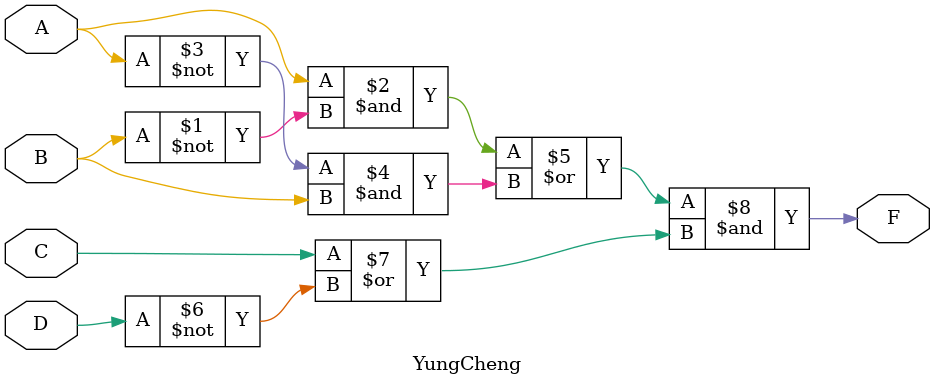
<source format=v>
/*
    Boolean Function Assigned
    F = (AB' + A'B)(C + D')
*/

module YungCheng(A, B, C, D, F);
    input A, B, C, D;
    output F;

    assign F = (A & ~B | ~A & B) & (C | ~D);
endmodule
</source>
